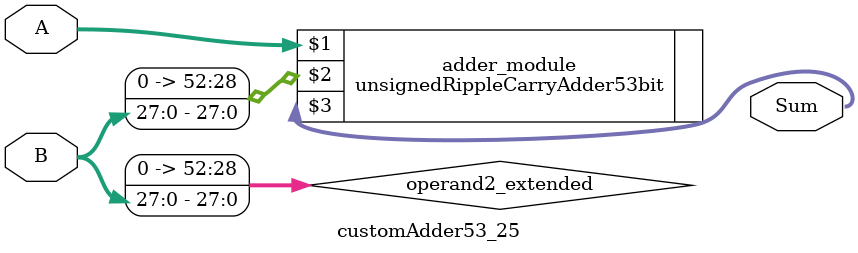
<source format=v>
module customAdder53_25(
                        input [52 : 0] A,
                        input [27 : 0] B,
                        
                        output [53 : 0] Sum
                );

        wire [52 : 0] operand2_extended;
        
        assign operand2_extended =  {25'b0, B};
        
        unsignedRippleCarryAdder53bit adder_module(
            A,
            operand2_extended,
            Sum
        );
        
        endmodule
        
</source>
